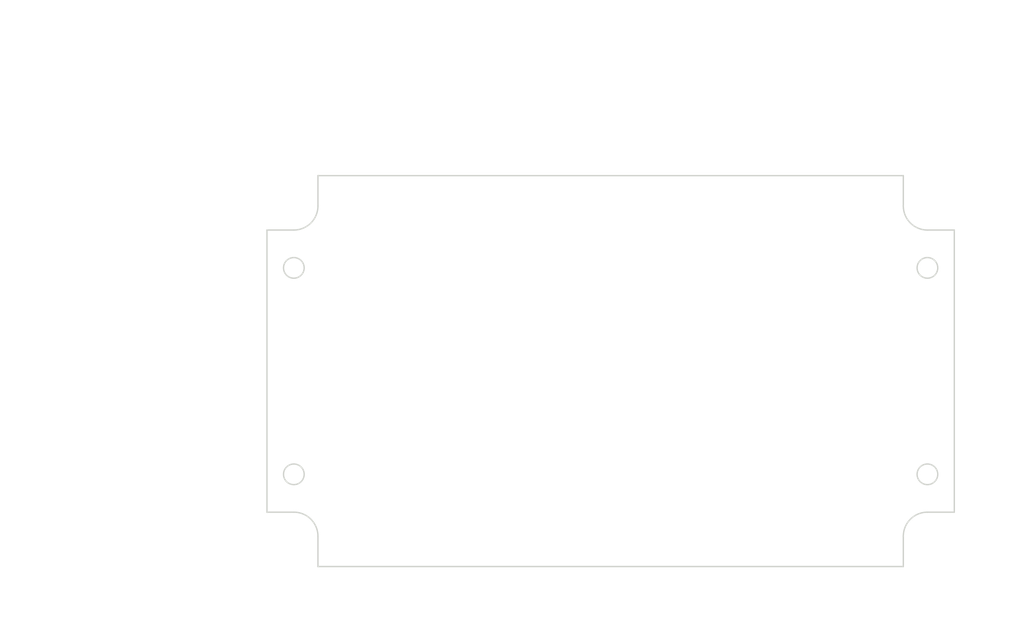
<source format=kicad_pcb>
(kicad_pcb (version 20171130) (host pcbnew "(5.1.0)-1")

  (general
    (thickness 1.6)
    (drawings 56)
    (tracks 0)
    (zones 0)
    (modules 0)
    (nets 1)
  )

  (page A4)
  (layers
    (0 F.Cu signal)
    (31 B.Cu signal)
    (32 B.Adhes user)
    (33 F.Adhes user)
    (34 B.Paste user)
    (35 F.Paste user)
    (36 B.SilkS user)
    (37 F.SilkS user)
    (38 B.Mask user)
    (39 F.Mask user)
    (40 Dwgs.User user)
    (41 Cmts.User user)
    (42 Eco1.User user)
    (43 Eco2.User user)
    (44 Edge.Cuts user)
    (45 Margin user)
    (46 B.CrtYd user)
    (47 F.CrtYd user)
    (48 B.Fab user)
    (49 F.Fab user)
  )

  (setup
    (last_trace_width 0.25)
    (trace_clearance 0.2)
    (zone_clearance 0.508)
    (zone_45_only no)
    (trace_min 0.2)
    (via_size 0.8)
    (via_drill 0.4)
    (via_min_size 0.4)
    (via_min_drill 0.3)
    (uvia_size 0.3)
    (uvia_drill 0.1)
    (uvias_allowed no)
    (uvia_min_size 0.2)
    (uvia_min_drill 0.1)
    (edge_width 0.05)
    (segment_width 0.2)
    (pcb_text_width 0.3)
    (pcb_text_size 1.5 1.5)
    (mod_edge_width 0.12)
    (mod_text_size 1 1)
    (mod_text_width 0.15)
    (pad_size 1.524 1.524)
    (pad_drill 0.762)
    (pad_to_mask_clearance 0.051)
    (solder_mask_min_width 0.25)
    (aux_axis_origin 0 0)
    (visible_elements FFFFFF7F)
    (pcbplotparams
      (layerselection 0x010fc_ffffffff)
      (usegerberextensions false)
      (usegerberattributes false)
      (usegerberadvancedattributes false)
      (creategerberjobfile false)
      (excludeedgelayer true)
      (linewidth 0.152400)
      (plotframeref false)
      (viasonmask false)
      (mode 1)
      (useauxorigin false)
      (hpglpennumber 1)
      (hpglpenspeed 20)
      (hpglpendiameter 15.000000)
      (psnegative false)
      (psa4output false)
      (plotreference true)
      (plotvalue true)
      (plotinvisibletext false)
      (padsonsilk false)
      (subtractmaskfromsilk false)
      (outputformat 1)
      (mirror false)
      (drillshape 1)
      (scaleselection 1)
      (outputdirectory ""))
  )

  (net 0 "")

  (net_class Default "This is the default net class."
    (clearance 0.2)
    (trace_width 0.25)
    (via_dia 0.8)
    (via_drill 0.4)
    (uvia_dia 0.3)
    (uvia_drill 0.1)
  )

  (gr_line (start 105.158451 121.847722) (end 101.255187 121.847722) (layer Edge.Cuts) (width 0.2))
  (gr_line (start 101.255187 121.847722) (end 101.255187 80.847722) (layer Edge.Cuts) (width 0.2))
  (gr_line (start 108.658451 129.750985) (end 193.658451 129.750985) (layer Edge.Cuts) (width 0.2))
  (gr_line (start 108.658451 129.750985) (end 108.658451 125.347722) (layer Edge.Cuts) (width 0.2))
  (gr_arc (start 105.158451 125.347722) (end 108.658451 125.347722) (angle -90) (layer Edge.Cuts) (width 0.2))
  (gr_circle (center 105.158451 116.347722) (end 106.658451 116.347722) (layer Edge.Cuts) (width 0.2))
  (gr_line (start 105.158451 80.847722) (end 101.255187 80.847722) (layer Edge.Cuts) (width 0.2))
  (gr_line (start 193.658451 72.944458) (end 108.658451 72.944458) (layer Edge.Cuts) (width 0.2))
  (gr_line (start 108.658451 72.944458) (end 108.658451 77.347722) (layer Edge.Cuts) (width 0.2))
  (gr_arc (start 105.158451 77.347722) (end 105.158451 80.847722) (angle -90) (layer Edge.Cuts) (width 0.2))
  (gr_circle (center 105.158451 86.347722) (end 106.658451 86.347722) (layer Edge.Cuts) (width 0.2))
  (gr_line (start 197.158451 121.847722) (end 201.061715 121.847722) (layer Edge.Cuts) (width 0.2))
  (gr_line (start 201.061715 121.847722) (end 201.061715 80.847722) (layer Edge.Cuts) (width 0.2))
  (gr_line (start 193.658451 129.750985) (end 193.658451 125.347722) (layer Edge.Cuts) (width 0.2))
  (gr_arc (start 197.158451 125.347722) (end 197.158451 121.847722) (angle -90) (layer Edge.Cuts) (width 0.2))
  (gr_circle (center 197.158451 116.347722) (end 198.658451 116.347722) (layer Edge.Cuts) (width 0.2))
  (gr_line (start 197.158451 80.847722) (end 201.061715 80.847722) (layer Edge.Cuts) (width 0.2))
  (gr_line (start 193.658451 72.944458) (end 193.658451 77.347722) (layer Edge.Cuts) (width 0.2))
  (gr_arc (start 197.158451 77.347722) (end 193.658451 77.347722) (angle -90) (layer Edge.Cuts) (width 0.2))
  (gr_circle (center 197.158451 86.347722) (end 198.658451 86.347722) (layer Edge.Cuts) (width 0.2))
  (gr_text [1.18] (at 207.158451 103.237183) (layer Dwgs.User)
    (effects (font (size 1.7 1.53) (thickness 0.2125)))
  )
  (gr_text " 30.00" (at 207.158451 99.679168) (layer Dwgs.User)
    (effects (font (size 1.7 1.53) (thickness 0.2125)))
  )
  (gr_line (start 207.158451 114.347722) (end 207.158451 104.905737) (layer Dwgs.User) (width 0.2))
  (gr_line (start 207.158451 88.347722) (end 207.158451 97.789707) (layer Dwgs.User) (width 0.2))
  (gr_line (start 198.158451 116.347722) (end 210.333451 116.347722) (layer Dwgs.User) (width 0.2))
  (gr_line (start 198.158451 86.347722) (end 210.333451 86.347722) (layer Dwgs.User) (width 0.2))
  (gr_text [3.62] (at 151.158451 136.581238) (layer Dwgs.User)
    (effects (font (size 1.7 1.53) (thickness 0.2125)))
  )
  (gr_text " 92.00" (at 151.158451 133.023803) (layer Dwgs.User)
    (effects (font (size 1.7 1.53) (thickness 0.2125)))
  )
  (gr_line (start 195.158451 134.691777) (end 155.203063 134.691777) (layer Dwgs.User) (width 0.2))
  (gr_line (start 107.158451 134.691777) (end 147.11384 134.691777) (layer Dwgs.User) (width 0.2))
  (gr_line (start 197.158451 117.347722) (end 197.158451 137.866777) (layer Dwgs.User) (width 0.2))
  (gr_line (start 105.158451 117.347722) (end 105.158451 137.866777) (layer Dwgs.User) (width 0.2))
  (gr_text [1.61] (at 85.255187 103.237183) (layer Dwgs.User)
    (effects (font (size 1.7 1.53) (thickness 0.2125)))
  )
  (gr_text " 41.00" (at 85.255187 99.679747) (layer Dwgs.User)
    (effects (font (size 1.7 1.53) (thickness 0.2125)))
  )
  (gr_line (start 85.255187 82.847722) (end 85.255187 97.790286) (layer Dwgs.User) (width 0.2))
  (gr_line (start 85.255187 119.847722) (end 85.255187 104.905157) (layer Dwgs.User) (width 0.2))
  (gr_line (start 100.255187 80.847722) (end 82.080187 80.847722) (layer Dwgs.User) (width 0.2))
  (gr_line (start 100.255187 121.847722) (end 82.080187 121.847722) (layer Dwgs.User) (width 0.2))
  (gr_text [2.24] (at 66.517325 103.237183) (layer Dwgs.User)
    (effects (font (size 1.7 1.53) (thickness 0.2125)))
  )
  (gr_text " 56.81" (at 66.517325 99.679747) (layer Dwgs.User)
    (effects (font (size 1.7 1.53) (thickness 0.2125)))
  )
  (gr_line (start 66.517325 127.750985) (end 66.517325 104.905157) (layer Dwgs.User) (width 0.2))
  (gr_line (start 66.517325 74.944458) (end 66.517325 97.790286) (layer Dwgs.User) (width 0.2))
  (gr_line (start 107.658451 129.750985) (end 63.342325 129.750985) (layer Dwgs.User) (width 0.2))
  (gr_line (start 107.658451 72.944458) (end 63.342325 72.944458) (layer Dwgs.User) (width 0.2))
  (gr_text [3.35] (at 151.158451 64.833919) (layer Dwgs.User)
    (effects (font (size 1.7 1.53) (thickness 0.2125)))
  )
  (gr_text " 85.00" (at 151.158451 61.276484) (layer Dwgs.User)
    (effects (font (size 1.7 1.53) (thickness 0.2125)))
  )
  (gr_line (start 110.658451 62.944458) (end 147.11384 62.944458) (layer Dwgs.User) (width 0.2))
  (gr_line (start 191.658451 62.944458) (end 155.203063 62.944458) (layer Dwgs.User) (width 0.2))
  (gr_line (start 108.658451 71.944458) (end 108.658451 59.769458) (layer Dwgs.User) (width 0.2))
  (gr_line (start 193.658451 71.944458) (end 193.658451 59.769458) (layer Dwgs.User) (width 0.2))
  (gr_text [3.93] (at 151.158451 52.582716) (layer Dwgs.User)
    (effects (font (size 1.7 1.53) (thickness 0.2125)))
  )
  (gr_text " 99.81" (at 151.158451 49.025281) (layer Dwgs.User)
    (effects (font (size 1.7 1.53) (thickness 0.2125)))
  )
  (gr_line (start 199.061715 50.693255) (end 155.041876 50.693255) (layer Dwgs.User) (width 0.2))
  (gr_line (start 103.255187 50.693255) (end 147.275027 50.693255) (layer Dwgs.User) (width 0.2))
  (gr_line (start 201.061715 79.847722) (end 201.061715 47.518255) (layer Dwgs.User) (width 0.2))
  (gr_line (start 101.255187 79.847722) (end 101.255187 47.518255) (layer Dwgs.User) (width 0.2))

)

</source>
